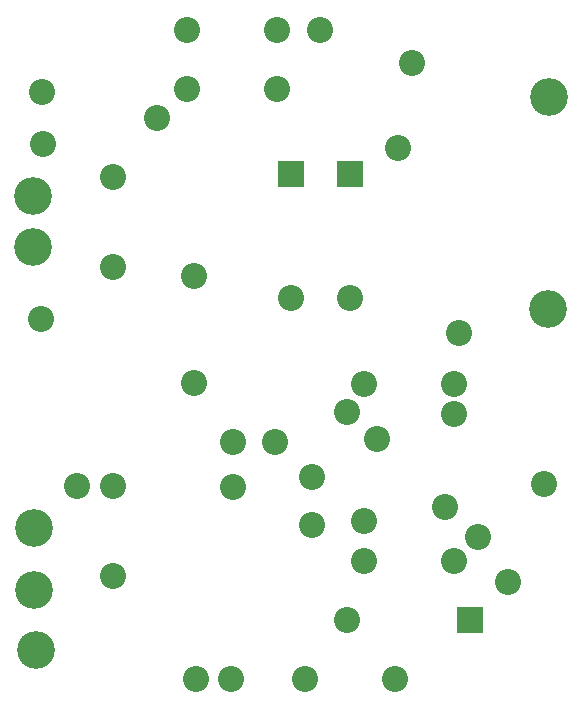
<source format=gbs>
G04 Layer_Color=16711935*
%FSLAX24Y24*%
%MOIN*%
G70*
G01*
G75*
%ADD32R,0.0867X0.0867*%
%ADD33C,0.0867*%
%ADD34R,0.0867X0.0867*%
%ADD35C,0.1261*%
D32*
X27650Y12795D02*
D03*
D33*
X23531D02*
D03*
X21654Y23531D02*
D03*
X18424Y20706D02*
D03*
Y24249D02*
D03*
X23622Y23531D02*
D03*
X22122Y10827D02*
D03*
X25122D02*
D03*
X27091Y14764D02*
D03*
X24091D02*
D03*
X15748Y17248D02*
D03*
Y14248D02*
D03*
Y27559D02*
D03*
Y24559D02*
D03*
X27091Y20669D02*
D03*
X24091D02*
D03*
X18185Y32480D02*
D03*
X21185D02*
D03*
X18185Y30512D02*
D03*
X21185D02*
D03*
X24091Y16081D02*
D03*
X13400Y28670D02*
D03*
X13370Y30400D02*
D03*
X25240Y28543D02*
D03*
X14530Y17248D02*
D03*
X26800Y16580D02*
D03*
X24550Y18819D02*
D03*
X27091Y19660D02*
D03*
X23530Y19740D02*
D03*
X27890Y15563D02*
D03*
X27260Y22360D02*
D03*
X22640Y32480D02*
D03*
X17201Y29528D02*
D03*
X28915Y14065D02*
D03*
X21120Y18731D02*
D03*
X19740D02*
D03*
X25700Y31378D02*
D03*
X19680Y10827D02*
D03*
X18500D02*
D03*
X19740Y17220D02*
D03*
X22370Y17560D02*
D03*
X30090Y17320D02*
D03*
X22370Y15970D02*
D03*
X13340Y22840D02*
D03*
D34*
X21654Y27650D02*
D03*
X23622Y27650D02*
D03*
D35*
X30270Y30220D02*
D03*
X13100Y15880D02*
D03*
X13060Y25230D02*
D03*
X13060Y26930D02*
D03*
X13170Y11810D02*
D03*
X13110Y13810D02*
D03*
X30250Y23150D02*
D03*
M02*

</source>
